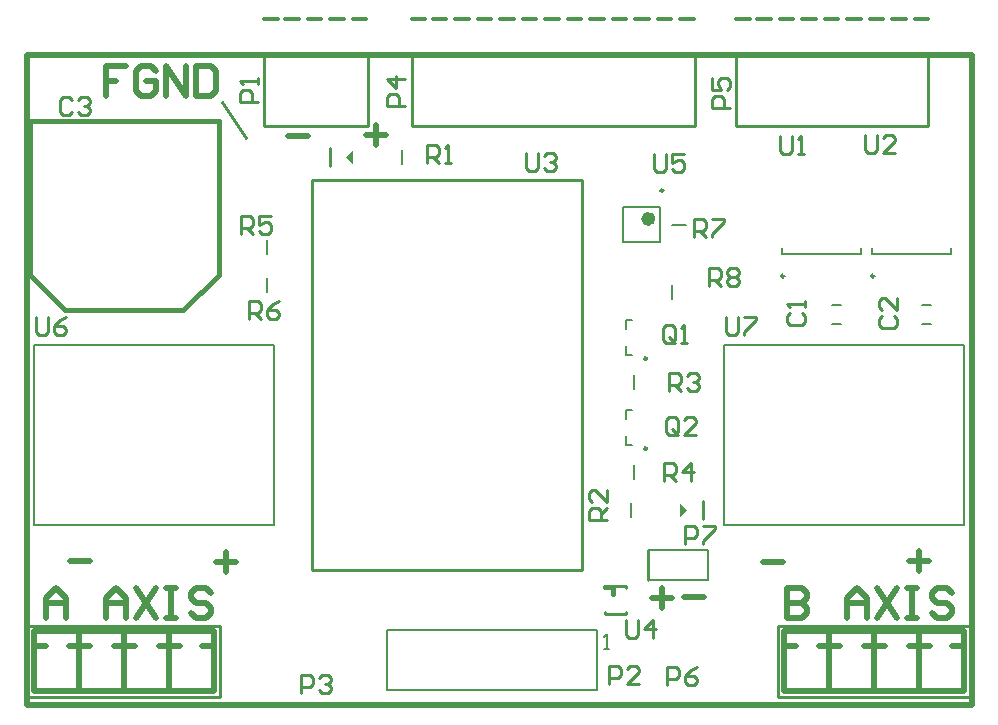
<source format=gto>
%FSLAX24Y24*%
%MOIN*%
G70*
G01*
G75*
G04 Layer_Color=65535*
%ADD10O,0.0138X0.0787*%
%ADD11R,0.0512X0.0709*%
%ADD12R,0.0335X0.0157*%
%ADD13R,0.0472X0.0551*%
%ADD14R,0.0591X0.0236*%
%ADD15R,0.0551X0.0472*%
%ADD16R,0.0374X0.0748*%
%ADD17R,0.2165X0.2717*%
%ADD18R,0.0984X0.2559*%
%ADD19R,0.0394X0.0551*%
%ADD20C,0.0120*%
%ADD21C,0.0250*%
%ADD22C,0.0500*%
%ADD23C,0.0080*%
%ADD24C,0.1000*%
%ADD25R,0.0591X0.0591*%
%ADD26C,0.0591*%
%ADD27C,0.0866*%
%ADD28C,0.2500*%
%ADD29C,0.1500*%
%ADD30C,0.1000*%
%ADD31R,0.0591X0.0591*%
%ADD32C,0.0500*%
%ADD33C,0.0236*%
%ADD34C,0.0098*%
%ADD35C,0.0079*%
%ADD36C,0.0100*%
%ADD37C,0.0197*%
%ADD38C,0.0150*%
%ADD39C,0.0200*%
G36*
X22014Y6500D02*
X21778Y6264D01*
X21778Y6736D01*
X22014Y6500D01*
D02*
G37*
G36*
X10868Y18014D02*
X10632Y18250D01*
X10868Y18486D01*
X10868Y18014D01*
D02*
G37*
D20*
X7908Y22850D02*
X8358D01*
X8608D02*
X9058D01*
X9358D02*
X9808D01*
X10108D02*
X10558D01*
X10858D02*
X11308D01*
X18780D02*
X19230D01*
X18030D02*
X18480D01*
X17280D02*
X17730D01*
X16530D02*
X16980D01*
X15780D02*
X16230D01*
X15030D02*
X15480D01*
X14280D02*
X14730D01*
X13530D02*
X13980D01*
X12830D02*
X13280D01*
X19530D02*
X19980D01*
X20280D02*
X20730D01*
X21030D02*
X21480D01*
X21780D02*
X22230D01*
X23656D02*
X24106D01*
X24356D02*
X24806D01*
X25106D02*
X25556D01*
X25856D02*
X26306D01*
X26606D02*
X27056D01*
X27356D02*
X27806D01*
X28106D02*
X28556D01*
X28856D02*
X29306D01*
X29606D02*
X30056D01*
D23*
X19250Y1850D02*
X19417D01*
X19333D01*
Y2350D01*
X19250Y2267D01*
D33*
X20835Y16197D02*
G03*
X20835Y16197I-118J0D01*
G01*
D34*
X21219Y17142D02*
G03*
X21219Y17142I-49J0D01*
G01*
X20673Y11541D02*
G03*
X20673Y11541I-49J0D01*
G01*
Y8541D02*
G03*
X20673Y8541I-49J0D01*
G01*
X25248Y14287D02*
G03*
X25248Y14287I-49J0D01*
G01*
X28248D02*
G03*
X28248Y14287I-49J0D01*
G01*
D35*
X20700Y5150D02*
X22700D01*
Y4158D02*
Y5150D01*
X20700Y4158D02*
X22700D01*
X19890Y15409D02*
Y16591D01*
X21110Y15409D02*
Y16591D01*
X19890Y15409D02*
X21110D01*
X19890Y16591D02*
X21110D01*
X29843Y13315D02*
X30157D01*
X29843Y12685D02*
X30157D01*
X26843Y13315D02*
X27157D01*
X26843Y12685D02*
X27157D01*
X12000Y500D02*
Y2500D01*
X19000Y500D02*
Y2500D01*
X12000Y500D02*
X19000D01*
X12000Y2500D02*
X19000D01*
X20146Y6264D02*
Y6736D01*
X20250Y7514D02*
Y7986D01*
X19974Y11659D02*
X20171D01*
X19974D02*
Y11974D01*
Y12841D02*
X20171D01*
X19974Y12526D02*
Y12841D01*
Y8659D02*
X20171D01*
X19974D02*
Y8974D01*
Y9841D02*
X20171D01*
X19974Y9526D02*
Y9841D01*
X20250Y10514D02*
Y10986D01*
X21500Y13514D02*
Y13986D01*
X21514Y16000D02*
X21986D01*
X12500Y18014D02*
Y18486D01*
X25181Y15016D02*
Y15213D01*
X27819Y15016D02*
Y15213D01*
X25181Y15016D02*
X27819D01*
X28181D02*
Y15213D01*
X30819Y15016D02*
Y15213D01*
X28181Y15016D02*
X30819D01*
X8000Y15014D02*
Y15486D01*
Y13764D02*
Y14236D01*
X250Y6000D02*
Y12000D01*
Y6000D02*
X8250D01*
X250Y12000D02*
X8250D01*
Y6000D02*
Y12000D01*
X23250Y6000D02*
Y12000D01*
Y6000D02*
X31250D01*
X23250Y12000D02*
X31250D01*
Y6000D02*
Y12000D01*
D36*
X20700Y4158D02*
Y5150D01*
X6515Y20100D02*
X7300Y18900D01*
X6450Y266D02*
Y2628D01*
X50D02*
X6450D01*
X50Y266D02*
Y2628D01*
Y266D02*
X6450D01*
X31450D02*
Y2628D01*
X25050D02*
X31450D01*
X25050Y266D02*
Y2628D01*
Y266D02*
X31450D01*
X19250Y3898D02*
Y3947D01*
X19978D01*
Y3898D02*
Y3947D01*
X19260Y3041D02*
Y3091D01*
Y3041D02*
X19988D01*
Y3091D01*
X19496Y3652D02*
Y3947D01*
Y3652D02*
X19575D01*
Y3947D01*
X19250Y3898D02*
X19496D01*
X7908Y19291D02*
Y21654D01*
Y19291D02*
X11358D01*
Y21654D01*
X22280Y19291D02*
Y21654D01*
X12830Y19291D02*
X22280D01*
X12830D02*
Y21654D01*
X23656Y19291D02*
Y21654D01*
Y19291D02*
X30056D01*
Y21654D01*
X18500Y4500D02*
Y17500D01*
X9500Y4500D02*
X18500D01*
X9500D02*
Y17500D01*
X18500D01*
X10110Y17955D02*
Y18545D01*
X22535Y6205D02*
Y6795D01*
X21950Y5350D02*
Y5950D01*
X22250D01*
X22350Y5850D01*
Y5650D01*
X22250Y5550D01*
X21950D01*
X22550Y5950D02*
X22950D01*
Y5850D01*
X22550Y5450D01*
Y5350D01*
X22750Y13950D02*
Y14550D01*
X23050D01*
X23150Y14450D01*
Y14250D01*
X23050Y14150D01*
X22750D01*
X22950D02*
X23150Y13950D01*
X23350Y14450D02*
X23450Y14550D01*
X23650D01*
X23750Y14450D01*
Y14350D01*
X23650Y14250D01*
X23750Y14150D01*
Y14050D01*
X23650Y13950D01*
X23450D01*
X23350Y14050D01*
Y14150D01*
X23450Y14250D01*
X23350Y14350D01*
Y14450D01*
X23450Y14250D02*
X23650D01*
X22250Y15600D02*
Y16200D01*
X22550D01*
X22650Y16100D01*
Y15900D01*
X22550Y15800D01*
X22250D01*
X22450D02*
X22650Y15600D01*
X22850Y16200D02*
X23250D01*
Y16100D01*
X22850Y15700D01*
Y15600D01*
X23310Y12940D02*
Y12440D01*
X23410Y12340D01*
X23610D01*
X23710Y12440D01*
Y12940D01*
X23910D02*
X24310D01*
Y12840D01*
X23910Y12440D01*
Y12340D01*
X310Y12940D02*
Y12440D01*
X410Y12340D01*
X610D01*
X710Y12440D01*
Y12940D01*
X1310D02*
X1110Y12840D01*
X910Y12640D01*
Y12440D01*
X1010Y12340D01*
X1210D01*
X1310Y12440D01*
Y12540D01*
X1210Y12640D01*
X910D01*
X20900Y18350D02*
Y17850D01*
X21000Y17750D01*
X21200D01*
X21300Y17850D01*
Y18350D01*
X21900D02*
X21500D01*
Y18050D01*
X21700Y18150D01*
X21800D01*
X21900Y18050D01*
Y17850D01*
X21800Y17750D01*
X21600D01*
X21500Y17850D01*
X19978Y2824D02*
Y2324D01*
X20078Y2224D01*
X20278D01*
X20378Y2324D01*
Y2824D01*
X20878Y2224D02*
Y2824D01*
X20578Y2524D01*
X20978D01*
X16650Y18400D02*
Y17900D01*
X16750Y17800D01*
X16950D01*
X17050Y17900D01*
Y18400D01*
X17250Y18300D02*
X17350Y18400D01*
X17550D01*
X17650Y18300D01*
Y18200D01*
X17550Y18100D01*
X17450D01*
X17550D01*
X17650Y18000D01*
Y17900D01*
X17550Y17800D01*
X17350D01*
X17250Y17900D01*
X27950Y19000D02*
Y18500D01*
X28050Y18400D01*
X28250D01*
X28350Y18500D01*
Y19000D01*
X28950Y18400D02*
X28550D01*
X28950Y18800D01*
Y18900D01*
X28850Y19000D01*
X28650D01*
X28550Y18900D01*
X25100Y18950D02*
Y18450D01*
X25200Y18350D01*
X25400D01*
X25500Y18450D01*
Y18950D01*
X25700Y18350D02*
X25900D01*
X25800D01*
Y18950D01*
X25700Y18850D01*
X7400Y12850D02*
Y13450D01*
X7700D01*
X7800Y13350D01*
Y13150D01*
X7700Y13050D01*
X7400D01*
X7600D02*
X7800Y12850D01*
X8400Y13450D02*
X8200Y13350D01*
X8000Y13150D01*
Y12950D01*
X8100Y12850D01*
X8300D01*
X8400Y12950D01*
Y13050D01*
X8300Y13150D01*
X8000D01*
X7150Y15700D02*
Y16300D01*
X7450D01*
X7550Y16200D01*
Y16000D01*
X7450Y15900D01*
X7150D01*
X7350D02*
X7550Y15700D01*
X8150Y16300D02*
X7750D01*
Y16000D01*
X7950Y16100D01*
X8050D01*
X8150Y16000D01*
Y15800D01*
X8050Y15700D01*
X7850D01*
X7750Y15800D01*
X21250Y7450D02*
Y8050D01*
X21550D01*
X21650Y7950D01*
Y7750D01*
X21550Y7650D01*
X21250D01*
X21450D02*
X21650Y7450D01*
X22150D02*
Y8050D01*
X21850Y7750D01*
X22250D01*
X21400Y10450D02*
Y11050D01*
X21700D01*
X21800Y10950D01*
Y10750D01*
X21700Y10650D01*
X21400D01*
X21600D02*
X21800Y10450D01*
X22000Y10950D02*
X22100Y11050D01*
X22300D01*
X22400Y10950D01*
Y10850D01*
X22300Y10750D01*
X22200D01*
X22300D01*
X22400Y10650D01*
Y10550D01*
X22300Y10450D01*
X22100D01*
X22000Y10550D01*
X19350Y6150D02*
X18750D01*
Y6450D01*
X18850Y6550D01*
X19050D01*
X19150Y6450D01*
Y6150D01*
Y6350D02*
X19350Y6550D01*
Y7150D02*
Y6750D01*
X18950Y7150D01*
X18850D01*
X18750Y7050D01*
Y6850D01*
X18850Y6750D01*
X13350Y18050D02*
Y18650D01*
X13650D01*
X13750Y18550D01*
Y18350D01*
X13650Y18250D01*
X13350D01*
X13550D02*
X13750Y18050D01*
X13950D02*
X14150D01*
X14050D01*
Y18650D01*
X13950Y18550D01*
X21700Y9100D02*
Y9500D01*
X21600Y9600D01*
X21400D01*
X21300Y9500D01*
Y9100D01*
X21400Y9000D01*
X21600D01*
X21500Y9200D02*
X21700Y9000D01*
X21600D02*
X21700Y9100D01*
X22300Y9000D02*
X21900D01*
X22300Y9400D01*
Y9500D01*
X22200Y9600D01*
X22000D01*
X21900Y9500D01*
X21600Y12150D02*
Y12550D01*
X21500Y12650D01*
X21300D01*
X21200Y12550D01*
Y12150D01*
X21300Y12050D01*
X21500D01*
X21400Y12250D02*
X21600Y12050D01*
X21500D02*
X21600Y12150D01*
X21800Y12050D02*
X22000D01*
X21900D01*
Y12650D01*
X21800Y12550D01*
X21350Y650D02*
Y1250D01*
X21650D01*
X21750Y1150D01*
Y950D01*
X21650Y850D01*
X21350D01*
X22350Y1250D02*
X22150Y1150D01*
X21950Y950D01*
Y750D01*
X22050Y650D01*
X22250D01*
X22350Y750D01*
Y850D01*
X22250Y950D01*
X21950D01*
X23450Y19900D02*
X22850D01*
Y20200D01*
X22950Y20300D01*
X23150D01*
X23250Y20200D01*
Y19900D01*
X22850Y20900D02*
Y20500D01*
X23150D01*
X23050Y20700D01*
Y20800D01*
X23150Y20900D01*
X23350D01*
X23450Y20800D01*
Y20600D01*
X23350Y20500D01*
X12600Y19950D02*
X12000D01*
Y20250D01*
X12100Y20350D01*
X12300D01*
X12400Y20250D01*
Y19950D01*
X12600Y20850D02*
X12000D01*
X12300Y20550D01*
Y20950D01*
X9150Y400D02*
Y1000D01*
X9450D01*
X9550Y900D01*
Y700D01*
X9450Y600D01*
X9150D01*
X9750Y900D02*
X9850Y1000D01*
X10050D01*
X10150Y900D01*
Y800D01*
X10050Y700D01*
X9950D01*
X10050D01*
X10150Y600D01*
Y500D01*
X10050Y400D01*
X9850D01*
X9750Y500D01*
X19400Y700D02*
Y1300D01*
X19700D01*
X19800Y1200D01*
Y1000D01*
X19700Y900D01*
X19400D01*
X20400Y700D02*
X20000D01*
X20400Y1100D01*
Y1200D01*
X20300Y1300D01*
X20100D01*
X20000Y1200D01*
X7700Y20100D02*
X7100D01*
Y20400D01*
X7200Y20500D01*
X7400D01*
X7500Y20400D01*
Y20100D01*
X7700Y20700D02*
Y20900D01*
Y20800D01*
X7100D01*
X7200Y20700D01*
X1500Y20150D02*
X1400Y20250D01*
X1200D01*
X1100Y20150D01*
Y19750D01*
X1200Y19650D01*
X1400D01*
X1500Y19750D01*
X1700Y20150D02*
X1800Y20250D01*
X2000D01*
X2100Y20150D01*
Y20050D01*
X2000Y19950D01*
X1900D01*
X2000D01*
X2100Y19850D01*
Y19750D01*
X2000Y19650D01*
X1800D01*
X1700Y19750D01*
X28500Y12950D02*
X28400Y12850D01*
Y12650D01*
X28500Y12550D01*
X28900D01*
X29000Y12650D01*
Y12850D01*
X28900Y12950D01*
X29000Y13550D02*
Y13150D01*
X28600Y13550D01*
X28500D01*
X28400Y13450D01*
Y13250D01*
X28500Y13150D01*
X25450Y13050D02*
X25350Y12950D01*
Y12750D01*
X25450Y12650D01*
X25850D01*
X25950Y12750D01*
Y12950D01*
X25850Y13050D01*
X25950Y13250D02*
Y13450D01*
Y13350D01*
X25350D01*
X25450Y13250D01*
D37*
X4750Y447D02*
Y2447D01*
X4400Y1947D02*
X5100D01*
X250Y447D02*
X6250D01*
Y2447D01*
X5850Y1950D02*
X6250D01*
X2900D02*
X3600D01*
X3250Y450D02*
Y2450D01*
X250Y1950D02*
X650D01*
X250Y2447D02*
X6250D01*
X250Y447D02*
Y2447D01*
X1750Y450D02*
Y2450D01*
X1400Y1950D02*
X2100D01*
X29750Y447D02*
Y2447D01*
X29400Y1947D02*
X30100D01*
X25250Y447D02*
X31250D01*
Y2447D01*
X30850Y1950D02*
X31250D01*
X27900D02*
X28600D01*
X28250Y450D02*
Y2450D01*
X25250Y1950D02*
X25650D01*
X25250Y2447D02*
X31250D01*
X25250Y447D02*
Y2447D01*
X26750Y450D02*
Y2450D01*
X26400Y1950D02*
X27100D01*
D38*
X6400Y14331D02*
Y19449D01*
X5218Y13150D02*
X6400Y14331D01*
X1282Y13150D02*
X5218D01*
X100Y14331D02*
X1282Y13150D01*
X100Y14331D02*
Y19449D01*
X6400D01*
D39*
X-0Y-0D02*
X31496D01*
Y21654D01*
X-0D02*
X31496D01*
X-0Y-0D02*
Y21654D01*
X21900Y3600D02*
X22566D01*
X20850Y3550D02*
X21516D01*
X21183Y3883D02*
Y3217D01*
X3316Y21300D02*
X2650D01*
Y20800D01*
X2983D01*
X2650D01*
Y20300D01*
X4316Y21133D02*
X4150Y21300D01*
X3816D01*
X3650Y21133D01*
Y20467D01*
X3816Y20300D01*
X4150D01*
X4316Y20467D01*
Y20800D01*
X3983D01*
X4649Y20300D02*
Y21300D01*
X5316Y20300D01*
Y21300D01*
X5649D02*
Y20300D01*
X6149D01*
X6315Y20467D01*
Y21133D01*
X6149Y21300D01*
X5649D01*
X25350Y3900D02*
Y2900D01*
X25850D01*
X26016Y3067D01*
Y3233D01*
X25850Y3400D01*
X25350D01*
X25850D01*
X26016Y3566D01*
Y3733D01*
X25850Y3900D01*
X25350D01*
X27349Y2900D02*
Y3566D01*
X27683Y3900D01*
X28016Y3566D01*
Y2900D01*
Y3400D01*
X27349D01*
X28349Y3900D02*
X29015Y2900D01*
Y3900D02*
X28349Y2900D01*
X29349Y3900D02*
X29682D01*
X29515D01*
Y2900D01*
X29349D01*
X29682D01*
X30848Y3733D02*
X30682Y3900D01*
X30348D01*
X30182Y3733D01*
Y3566D01*
X30348Y3400D01*
X30682D01*
X30848Y3233D01*
Y3067D01*
X30682Y2900D01*
X30348D01*
X30182Y3067D01*
X650Y2900D02*
Y3566D01*
X983Y3900D01*
X1316Y3566D01*
Y2900D01*
Y3400D01*
X650D01*
X2649Y2900D02*
Y3566D01*
X2983Y3900D01*
X3316Y3566D01*
Y2900D01*
Y3400D01*
X2649D01*
X3649Y3900D02*
X4315Y2900D01*
Y3900D02*
X3649Y2900D01*
X4649Y3900D02*
X4982D01*
X4815D01*
Y2900D01*
X4649D01*
X4982D01*
X6148Y3733D02*
X5982Y3900D01*
X5648D01*
X5482Y3733D01*
Y3566D01*
X5648Y3400D01*
X5982D01*
X6148Y3233D01*
Y3067D01*
X5982Y2900D01*
X5648D01*
X5482Y3067D01*
X24550Y4750D02*
X25216D01*
X1450Y4800D02*
X2116D01*
X8700Y18950D02*
X9366D01*
X11300Y19000D02*
X11966D01*
X11633Y19333D02*
Y18667D01*
X29400Y4800D02*
X30066D01*
X29733Y5133D02*
Y4467D01*
X6300Y4750D02*
X6966D01*
X6633Y5083D02*
Y4417D01*
M02*

</source>
